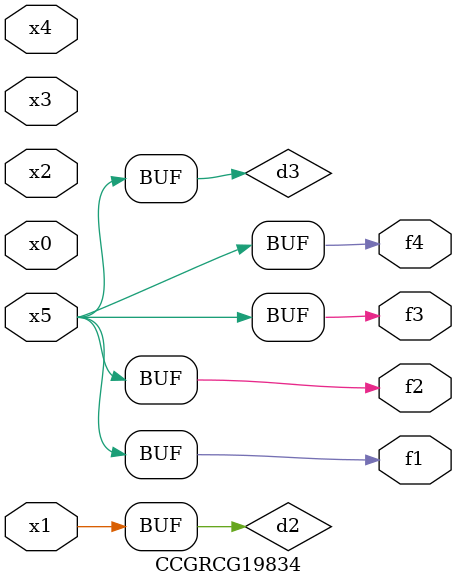
<source format=v>
module CCGRCG19834(
	input x0, x1, x2, x3, x4, x5,
	output f1, f2, f3, f4
);

	wire d1, d2, d3;

	not (d1, x5);
	or (d2, x1);
	xnor (d3, d1);
	assign f1 = d3;
	assign f2 = d3;
	assign f3 = d3;
	assign f4 = d3;
endmodule

</source>
